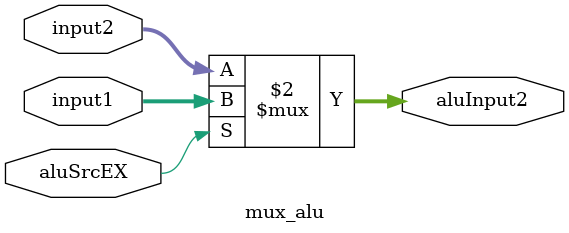
<source format=v>
`timescale 1ns / 1ps


module mux_alu(
    input aluSrcEX,
    input [31:0] input1,
    input [31:0] input2,
    output reg [31:0] aluInput2
    );
    initial aluInput2=0;
    
    always @ (aluSrcEX or input1 or input2)
    begin
        aluInput2=aluSrcEX ? input1:input2;
    end
    
endmodule

</source>
